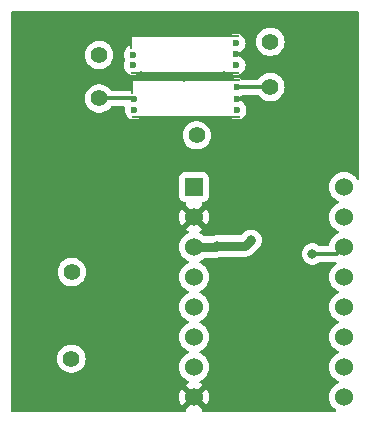
<source format=gbl>
G04 #@! TF.GenerationSoftware,KiCad,Pcbnew,7.0.9-7.0.9~ubuntu22.04.1*
G04 #@! TF.CreationDate,2023-12-29T18:17:52+00:00*
G04 #@! TF.ProjectId,driver_test,64726976-6572-45f7-9465-73742e6b6963,rev?*
G04 #@! TF.SameCoordinates,Original*
G04 #@! TF.FileFunction,Copper,L4,Bot*
G04 #@! TF.FilePolarity,Positive*
%FSLAX46Y46*%
G04 Gerber Fmt 4.6, Leading zero omitted, Abs format (unit mm)*
G04 Created by KiCad (PCBNEW 7.0.9-7.0.9~ubuntu22.04.1) date 2023-12-29 18:17:52*
%MOMM*%
%LPD*%
G01*
G04 APERTURE LIST*
G04 #@! TA.AperFunction,ComponentPad*
%ADD10C,1.400000*%
G04 #@! TD*
G04 #@! TA.AperFunction,ComponentPad*
%ADD11R,1.530000X1.530000*%
G04 #@! TD*
G04 #@! TA.AperFunction,ComponentPad*
%ADD12C,1.530000*%
G04 #@! TD*
G04 #@! TA.AperFunction,ComponentPad*
%ADD13C,0.600000*%
G04 #@! TD*
G04 #@! TA.AperFunction,SMDPad,CuDef*
%ADD14O,0.200000X1.225000*%
G04 #@! TD*
G04 #@! TA.AperFunction,SMDPad,CuDef*
%ADD15O,9.300000X0.200000*%
G04 #@! TD*
G04 #@! TA.AperFunction,ViaPad*
%ADD16C,0.800000*%
G04 #@! TD*
G04 #@! TA.AperFunction,Conductor*
%ADD17C,0.800000*%
G04 #@! TD*
G04 #@! TA.AperFunction,Conductor*
%ADD18C,0.300000*%
G04 #@! TD*
G04 APERTURE END LIST*
D10*
G04 #@! TO.P,IN_KNOCK2,1,Pin_1*
G04 #@! TO.N,Net-(IN_KNOCK2-Pin_1)*
X7495000Y30235001D03*
G04 #@! TD*
G04 #@! TO.P,IN_KNOCK1,1,Pin_1*
G04 #@! TO.N,Net-(IN_KNOCK1-Pin_1)*
X7495000Y26555001D03*
G04 #@! TD*
G04 #@! TO.P,OUT_KNOCK1,1,Pin_1*
G04 #@! TO.N,Net-(M2-OUT_KNOCK)*
X21995000Y27535001D03*
G04 #@! TD*
G04 #@! TO.P,OUT_KNOCK2,1,Pin_1*
G04 #@! TO.N,Net-(M1-OUT_KNOCK)*
X21995000Y31355001D03*
G04 #@! TD*
G04 #@! TO.P,PPS2_CPU1,1,Pin_1*
G04 #@! TO.N,Net-(D2-A)*
X5155000Y4520000D03*
G04 #@! TD*
G04 #@! TO.P,5V_IN1,1,Pin_1*
G04 #@! TO.N,+5V*
X15765000Y23440000D03*
G04 #@! TD*
G04 #@! TO.P,TPS2_CPU1,1,Pin_1*
G04 #@! TO.N,Net-(D1-A)*
X5185000Y11860000D03*
G04 #@! TD*
D11*
G04 #@! TO.P,U1,1,~{ENABLE}*
G04 #@! TO.N,+12VA*
X15535000Y19060000D03*
D12*
G04 #@! TO.P,U1,2,MS1*
G04 #@! TO.N,GND*
X15535000Y16520000D03*
G04 #@! TO.P,U1,3,MS2*
G04 #@! TO.N,/OUT-*
X15535000Y13980000D03*
G04 #@! TO.P,U1,4,MS3*
G04 #@! TO.N,/OUT+*
X15535000Y11440000D03*
G04 #@! TO.P,U1,5,~{RESET}*
G04 #@! TO.N,/TPS2_IN*
X15535000Y8900000D03*
G04 #@! TO.P,U1,6,~{SLEEP}*
G04 #@! TO.N,/PPS2_IN*
X15535000Y6360000D03*
G04 #@! TO.P,U1,7,STEP*
G04 #@! TO.N,+3.3V*
X15535000Y3820000D03*
G04 #@! TO.P,U1,8,DIR*
G04 #@! TO.N,GND*
X15535000Y1280000D03*
G04 #@! TO.P,U1,9,GND*
G04 #@! TO.N,/DIS*
X28235000Y1280000D03*
G04 #@! TO.P,U1,10,VDD*
G04 #@! TO.N,unconnected-(U1-VDD-Pad10)*
X28235000Y3820000D03*
G04 #@! TO.P,U1,11,1B*
G04 #@! TO.N,unconnected-(U1-1B-Pad11)*
X28235000Y6360000D03*
G04 #@! TO.P,U1,12,1A*
G04 #@! TO.N,unconnected-(U1-1A-Pad12)*
X28235000Y8900000D03*
G04 #@! TO.P,U1,13,2A*
G04 #@! TO.N,+3.3V*
X28235000Y11440000D03*
G04 #@! TO.P,U1,14,2B*
X28235000Y13980000D03*
G04 #@! TO.P,U1,15,GND*
G04 #@! TO.N,/PWM*
X28235000Y16520000D03*
G04 #@! TO.P,U1,16,VMOT*
G04 #@! TO.N,/DIR*
X28235000Y19060000D03*
G04 #@! TD*
D13*
G04 #@! TO.P,M1,E1,V5A*
G04 #@! TO.N,+5V*
X19090000Y29350003D03*
D14*
G04 #@! TO.P,M1,E2,GND*
G04 #@! TO.N,GND*
X10190000Y31325003D03*
D15*
X14740000Y31850003D03*
X14740000Y28750003D03*
D13*
X19090000Y30300003D03*
G04 #@! TO.P,M1,E3,OUT_KNOCK*
G04 #@! TO.N,Net-(M1-OUT_KNOCK)*
X19090000Y31250001D03*
G04 #@! TO.P,M1,W1,IN_KNOCK*
G04 #@! TO.N,Net-(IN_KNOCK2-Pin_1)*
X10390000Y30250003D03*
G04 #@! TO.P,M1,W2,VREF*
G04 #@! TO.N,/VREF*
X10390000Y29350003D03*
G04 #@! TD*
G04 #@! TO.P,M2,E1,V5A*
G04 #@! TO.N,+5V*
X19165000Y25585001D03*
D14*
G04 #@! TO.P,M2,E2,GND*
G04 #@! TO.N,GND*
X10265000Y27560001D03*
D15*
X14815000Y28085001D03*
X14815000Y24985001D03*
D13*
X19165000Y26535001D03*
G04 #@! TO.P,M2,E3,OUT_KNOCK*
G04 #@! TO.N,Net-(M2-OUT_KNOCK)*
X19165000Y27484999D03*
G04 #@! TO.P,M2,W1,IN_KNOCK*
G04 #@! TO.N,Net-(IN_KNOCK1-Pin_1)*
X10465000Y26485001D03*
G04 #@! TO.P,M2,W2,VREF*
G04 #@! TO.N,/VREF*
X10465000Y25585001D03*
G04 #@! TD*
D16*
G04 #@! TO.N,/OUT-*
X17510000Y14070000D03*
X20370000Y14560000D03*
G04 #@! TO.N,GND*
X21020000Y10090000D03*
X20130000Y8340000D03*
X18340000Y11910000D03*
X21920000Y9230000D03*
X18320000Y8280000D03*
X20130000Y10110000D03*
X6690000Y17170000D03*
X8800000Y17120000D03*
X24560000Y10170000D03*
X25470000Y11090000D03*
X22390000Y5320000D03*
X23960000Y17350000D03*
X23690000Y8380000D03*
X18330000Y9160000D03*
X19230000Y8310000D03*
X22790000Y9230000D03*
X25800000Y17530000D03*
X22790000Y8350000D03*
X20140000Y11000000D03*
X18550000Y17270000D03*
X23680000Y11910000D03*
X21010000Y11850000D03*
X18060000Y28430000D03*
X21410000Y5300000D03*
X25460000Y9310000D03*
X25460000Y10200000D03*
X25460000Y8430000D03*
X20120000Y11870000D03*
X21030000Y10980000D03*
X11000000Y28420000D03*
X21370000Y12990000D03*
X18340000Y10070000D03*
X17030000Y12470000D03*
X19230000Y9190000D03*
X12968000Y17222000D03*
X23690000Y9260000D03*
X21020000Y9200000D03*
X20130000Y9220000D03*
X21910000Y11880000D03*
X24250000Y7050000D03*
X25450000Y11960000D03*
X22800000Y11010000D03*
X22780000Y11880000D03*
X24550000Y11930000D03*
X24560000Y9280000D03*
X22790000Y10120000D03*
X17750000Y24490000D03*
X18350000Y10980000D03*
X13770000Y24480000D03*
X14720000Y28400000D03*
X24570000Y11060000D03*
X21020000Y8320000D03*
X23690000Y10150000D03*
X19230000Y10080000D03*
X23700000Y11040000D03*
X21920000Y10120000D03*
X20970000Y3320000D03*
X20410000Y5270000D03*
X19370000Y7040000D03*
X19220000Y11840000D03*
X19240000Y10970000D03*
X21930000Y11010000D03*
X21920000Y8350000D03*
X10890000Y17180000D03*
X20660000Y17270000D03*
X24560000Y8400000D03*
G04 #@! TO.N,+3.3V*
X25550000Y13390000D03*
G04 #@! TD*
D17*
G04 #@! TO.N,/OUT-*
X15535000Y13980000D02*
X17420000Y13980000D01*
X17420000Y13980000D02*
X17510000Y14070000D01*
X19880000Y14070000D02*
X20370000Y14560000D01*
X17510000Y14070000D02*
X19880000Y14070000D01*
D18*
G04 #@! TO.N,+3.3V*
X25550000Y13390000D02*
X27645000Y13390000D01*
X27645000Y13390000D02*
X28235000Y13980000D01*
G04 #@! TO.N,Net-(M2-OUT_KNOCK)*
X19165000Y27484999D02*
X21944998Y27484999D01*
X21944998Y27484999D02*
X21995000Y27535001D01*
G04 #@! TO.N,Net-(IN_KNOCK1-Pin_1)*
X7495000Y26555001D02*
X10395000Y26555001D01*
X10395000Y26555001D02*
X10465000Y26485001D01*
G04 #@! TD*
G04 #@! TA.AperFunction,Conductor*
G04 #@! TO.N,GND*
G36*
X29482448Y33909815D02*
G01*
X29528203Y33857011D01*
X29539408Y33805411D01*
X29532107Y23875539D01*
X29529500Y20330100D01*
X29529500Y19810873D01*
X29509815Y19743834D01*
X29457011Y19698079D01*
X29387853Y19688135D01*
X29324297Y19717160D01*
X29303925Y19739749D01*
X29254123Y19810873D01*
X29208132Y19876555D01*
X29051555Y20033132D01*
X28870167Y20160142D01*
X28870163Y20160144D01*
X28669486Y20253721D01*
X28669475Y20253725D01*
X28455592Y20311035D01*
X28455585Y20311036D01*
X28235002Y20330334D01*
X28234998Y20330334D01*
X28014414Y20311036D01*
X28014407Y20311035D01*
X27800524Y20253725D01*
X27800513Y20253721D01*
X27599836Y20160144D01*
X27599834Y20160143D01*
X27418444Y20033132D01*
X27261868Y19876556D01*
X27134857Y19695166D01*
X27134856Y19695164D01*
X27041279Y19494487D01*
X27041275Y19494476D01*
X26983965Y19280593D01*
X26983964Y19280586D01*
X26964666Y19060002D01*
X26964666Y19059999D01*
X26983964Y18839415D01*
X26983965Y18839408D01*
X27041275Y18625525D01*
X27041279Y18625514D01*
X27131950Y18431069D01*
X27134858Y18424833D01*
X27261868Y18243445D01*
X27418445Y18086868D01*
X27599833Y17959858D01*
X27647875Y17937456D01*
X27723091Y17902382D01*
X27775531Y17856210D01*
X27794683Y17789017D01*
X27774467Y17722135D01*
X27723091Y17677618D01*
X27599836Y17620144D01*
X27599834Y17620143D01*
X27418444Y17493132D01*
X27261868Y17336556D01*
X27134857Y17155166D01*
X27134856Y17155164D01*
X27041279Y16954487D01*
X27041275Y16954476D01*
X26983965Y16740593D01*
X26983964Y16740586D01*
X26964666Y16520002D01*
X26964666Y16519999D01*
X26983964Y16299415D01*
X26983965Y16299408D01*
X27041275Y16085525D01*
X27041279Y16085514D01*
X27069205Y16025627D01*
X27134858Y15884833D01*
X27261868Y15703445D01*
X27418445Y15546868D01*
X27599833Y15419858D01*
X27657645Y15392900D01*
X27723091Y15362382D01*
X27775531Y15316210D01*
X27794683Y15249017D01*
X27774467Y15182135D01*
X27723091Y15137618D01*
X27599836Y15080144D01*
X27599834Y15080143D01*
X27418444Y14953132D01*
X27261868Y14796556D01*
X27134857Y14615166D01*
X27134856Y14615164D01*
X27041279Y14414487D01*
X27041275Y14414476D01*
X26983965Y14200593D01*
X26983964Y14200586D01*
X26979862Y14153693D01*
X26954410Y14088624D01*
X26897819Y14047645D01*
X26856334Y14040500D01*
X26226975Y14040500D01*
X26159936Y14060185D01*
X26154090Y14064182D01*
X26002734Y14174149D01*
X26002729Y14174152D01*
X25829807Y14251143D01*
X25829802Y14251145D01*
X25684001Y14282135D01*
X25644646Y14290500D01*
X25455354Y14290500D01*
X25422897Y14283602D01*
X25270197Y14251145D01*
X25270192Y14251143D01*
X25097270Y14174152D01*
X25097265Y14174149D01*
X24944129Y14062889D01*
X24817466Y13922215D01*
X24722821Y13758285D01*
X24722818Y13758278D01*
X24664327Y13578260D01*
X24664326Y13578256D01*
X24644540Y13390000D01*
X24664326Y13201744D01*
X24664327Y13201741D01*
X24722818Y13021723D01*
X24722821Y13021716D01*
X24817467Y12857784D01*
X24941695Y12719815D01*
X24944129Y12717112D01*
X25097265Y12605852D01*
X25097270Y12605849D01*
X25270192Y12528858D01*
X25270197Y12528856D01*
X25455354Y12489500D01*
X25455355Y12489500D01*
X25644644Y12489500D01*
X25644646Y12489500D01*
X25829803Y12528856D01*
X26002730Y12605849D01*
X26154090Y12715818D01*
X26219896Y12739298D01*
X26226975Y12739500D01*
X27491268Y12739500D01*
X27558307Y12719815D01*
X27604062Y12667011D01*
X27614006Y12597853D01*
X27584981Y12534297D01*
X27562393Y12513927D01*
X27534924Y12494692D01*
X27418444Y12413132D01*
X27261868Y12256556D01*
X27134857Y12075166D01*
X27134856Y12075164D01*
X27041279Y11874487D01*
X27041275Y11874476D01*
X26983965Y11660593D01*
X26983964Y11660586D01*
X26964666Y11440002D01*
X26964666Y11439999D01*
X26983964Y11219415D01*
X26983965Y11219408D01*
X27041275Y11005525D01*
X27041279Y11005514D01*
X27091472Y10897875D01*
X27134858Y10804833D01*
X27261868Y10623445D01*
X27418445Y10466868D01*
X27599833Y10339858D01*
X27661828Y10310950D01*
X27723091Y10282382D01*
X27775531Y10236210D01*
X27794683Y10169017D01*
X27774467Y10102135D01*
X27723091Y10057618D01*
X27599836Y10000144D01*
X27599834Y10000143D01*
X27418444Y9873132D01*
X27261868Y9716556D01*
X27134857Y9535166D01*
X27134856Y9535164D01*
X27041279Y9334487D01*
X27041275Y9334476D01*
X26983965Y9120593D01*
X26983964Y9120586D01*
X26964666Y8900002D01*
X26964666Y8899999D01*
X26983964Y8679415D01*
X26983965Y8679408D01*
X27041275Y8465525D01*
X27041279Y8465514D01*
X27131950Y8271069D01*
X27134858Y8264833D01*
X27261868Y8083445D01*
X27418445Y7926868D01*
X27599833Y7799858D01*
X27661828Y7770950D01*
X27723091Y7742382D01*
X27775531Y7696210D01*
X27794683Y7629017D01*
X27774467Y7562135D01*
X27723091Y7517618D01*
X27599836Y7460144D01*
X27599834Y7460143D01*
X27418444Y7333132D01*
X27261868Y7176556D01*
X27134857Y6995166D01*
X27134856Y6995164D01*
X27041279Y6794487D01*
X27041275Y6794476D01*
X26983965Y6580593D01*
X26983964Y6580586D01*
X26964666Y6360002D01*
X26964666Y6359999D01*
X26983964Y6139415D01*
X26983965Y6139408D01*
X27041275Y5925525D01*
X27041279Y5925514D01*
X27131950Y5731069D01*
X27134858Y5724833D01*
X27261868Y5543445D01*
X27418445Y5386868D01*
X27599833Y5259858D01*
X27661828Y5230950D01*
X27723091Y5202382D01*
X27775531Y5156210D01*
X27794683Y5089017D01*
X27774467Y5022135D01*
X27723091Y4977618D01*
X27599836Y4920144D01*
X27599834Y4920143D01*
X27418444Y4793132D01*
X27261868Y4636556D01*
X27134857Y4455166D01*
X27134856Y4455164D01*
X27041279Y4254487D01*
X27041275Y4254476D01*
X26983965Y4040593D01*
X26983964Y4040586D01*
X26964666Y3820002D01*
X26964666Y3819999D01*
X26983964Y3599415D01*
X26983965Y3599408D01*
X27041275Y3385525D01*
X27041279Y3385514D01*
X27072062Y3319500D01*
X27134858Y3184833D01*
X27261868Y3003445D01*
X27418445Y2846868D01*
X27599833Y2719858D01*
X27661828Y2690950D01*
X27723091Y2662382D01*
X27775531Y2616210D01*
X27794683Y2549017D01*
X27774467Y2482135D01*
X27723091Y2437618D01*
X27599836Y2380144D01*
X27599834Y2380143D01*
X27418444Y2253132D01*
X27261868Y2096556D01*
X27134857Y1915166D01*
X27134856Y1915164D01*
X27041279Y1714487D01*
X27041275Y1714476D01*
X26983965Y1500593D01*
X26983964Y1500586D01*
X26964666Y1280002D01*
X26964666Y1279999D01*
X26983964Y1059415D01*
X26983965Y1059408D01*
X27041275Y845525D01*
X27041279Y845514D01*
X27069205Y785627D01*
X27134858Y644833D01*
X27261868Y463445D01*
X27418445Y306868D01*
X27526690Y231074D01*
X27570313Y176498D01*
X27577506Y106999D01*
X27545984Y44645D01*
X27485754Y9231D01*
X27455565Y5500D01*
X16313563Y5500D01*
X16246524Y25185D01*
X16200769Y77989D01*
X16190825Y147147D01*
X16219850Y210703D01*
X16235206Y224553D01*
X16235342Y226106D01*
X15676366Y785082D01*
X15680161Y785627D01*
X15813562Y846549D01*
X15924395Y942587D01*
X16003682Y1065960D01*
X16026132Y1142420D01*
X16588894Y579658D01*
X16634706Y645085D01*
X16728250Y845691D01*
X16728254Y845700D01*
X16785538Y1059491D01*
X16785540Y1059501D01*
X16804832Y1280000D01*
X16804832Y1280001D01*
X16785540Y1500500D01*
X16785538Y1500510D01*
X16728254Y1714301D01*
X16728250Y1714310D01*
X16634707Y1914915D01*
X16634706Y1914917D01*
X16588894Y1980343D01*
X16588894Y1980344D01*
X16026132Y1417582D01*
X16003682Y1494040D01*
X15924395Y1617413D01*
X15813562Y1713451D01*
X15680161Y1774373D01*
X15676366Y1774919D01*
X16235342Y2333895D01*
X16235341Y2333897D01*
X16169919Y2379705D01*
X16046316Y2437343D01*
X15993877Y2483516D01*
X15974725Y2550709D01*
X15994941Y2617590D01*
X16046312Y2662105D01*
X16170167Y2719858D01*
X16351555Y2846868D01*
X16508132Y3003445D01*
X16635142Y3184833D01*
X16728723Y3385520D01*
X16786035Y3599409D01*
X16805334Y3820000D01*
X16786035Y4040591D01*
X16728723Y4254480D01*
X16635142Y4455167D01*
X16508132Y4636555D01*
X16351555Y4793132D01*
X16170167Y4920142D01*
X16046907Y4977619D01*
X15994468Y5023790D01*
X15975316Y5090983D01*
X15995531Y5157864D01*
X16046908Y5202382D01*
X16170167Y5259858D01*
X16351555Y5386868D01*
X16508132Y5543445D01*
X16635142Y5724833D01*
X16728723Y5925520D01*
X16786035Y6139409D01*
X16805334Y6360000D01*
X16786035Y6580591D01*
X16728723Y6794480D01*
X16635142Y6995167D01*
X16508132Y7176555D01*
X16351555Y7333132D01*
X16170167Y7460142D01*
X16046907Y7517619D01*
X15994468Y7563790D01*
X15975316Y7630983D01*
X15995531Y7697864D01*
X16046908Y7742382D01*
X16170167Y7799858D01*
X16351555Y7926868D01*
X16508132Y8083445D01*
X16635142Y8264833D01*
X16728723Y8465520D01*
X16786035Y8679409D01*
X16805334Y8900000D01*
X16786035Y9120591D01*
X16728723Y9334480D01*
X16635142Y9535167D01*
X16508132Y9716555D01*
X16351555Y9873132D01*
X16170167Y10000142D01*
X16046907Y10057619D01*
X15994468Y10103790D01*
X15975316Y10170983D01*
X15995531Y10237864D01*
X16046908Y10282382D01*
X16170167Y10339858D01*
X16351555Y10466868D01*
X16508132Y10623445D01*
X16635142Y10804833D01*
X16728723Y11005520D01*
X16786035Y11219409D01*
X16803975Y11424462D01*
X16805334Y11439999D01*
X16805334Y11440002D01*
X16787971Y11638463D01*
X16786035Y11660591D01*
X16728723Y11874480D01*
X16635142Y12075167D01*
X16508132Y12256555D01*
X16351555Y12413132D01*
X16170167Y12540142D01*
X16046907Y12597619D01*
X15994468Y12643790D01*
X15975316Y12710983D01*
X15995531Y12777864D01*
X16046908Y12822382D01*
X16170167Y12879858D01*
X16351555Y13006868D01*
X16387868Y13043181D01*
X16449191Y13076666D01*
X16475549Y13079500D01*
X17339373Y13079500D01*
X17358772Y13077973D01*
X17372612Y13075781D01*
X17441959Y13079416D01*
X17445203Y13079500D01*
X17467191Y13079500D01*
X17467192Y13079500D01*
X17483988Y13081266D01*
X17489064Y13081799D01*
X17492284Y13082053D01*
X17561646Y13085687D01*
X17575187Y13089317D01*
X17594313Y13092862D01*
X17608256Y13094326D01*
X17674306Y13115788D01*
X17677368Y13116696D01*
X17744488Y13134680D01*
X17756976Y13141044D01*
X17774950Y13148490D01*
X17788284Y13152821D01*
X17788395Y13152886D01*
X17788475Y13152907D01*
X17794224Y13155466D01*
X17794629Y13154556D01*
X17850398Y13169500D01*
X19799373Y13169500D01*
X19818772Y13167973D01*
X19832612Y13165781D01*
X19901959Y13169416D01*
X19905203Y13169500D01*
X19927191Y13169500D01*
X19927192Y13169500D01*
X19943988Y13171266D01*
X19949064Y13171799D01*
X19952284Y13172053D01*
X20021646Y13175687D01*
X20035187Y13179317D01*
X20054313Y13182862D01*
X20068256Y13184326D01*
X20134306Y13205788D01*
X20137368Y13206696D01*
X20204488Y13224680D01*
X20216976Y13231044D01*
X20234950Y13238490D01*
X20248284Y13242821D01*
X20308476Y13277575D01*
X20311222Y13279066D01*
X20373149Y13310617D01*
X20384031Y13319431D01*
X20400083Y13330463D01*
X20412216Y13337467D01*
X20463847Y13383957D01*
X20466260Y13386018D01*
X20483380Y13399881D01*
X20498929Y13415432D01*
X20501270Y13417653D01*
X20552888Y13464129D01*
X20561130Y13475475D01*
X20573760Y13490263D01*
X20949742Y13866244D01*
X20964525Y13878870D01*
X20975871Y13887112D01*
X21022367Y13938753D01*
X21024531Y13941034D01*
X21040120Y13956620D01*
X21053975Y13973732D01*
X21056054Y13976166D01*
X21102533Y14027784D01*
X21109537Y14039917D01*
X21120563Y14055959D01*
X21129382Y14066850D01*
X21160914Y14128737D01*
X21162442Y14131553D01*
X21197179Y14191716D01*
X21201509Y14205044D01*
X21208960Y14223031D01*
X21215319Y14235511D01*
X21215320Y14235512D01*
X21233296Y14302603D01*
X21234214Y14305699D01*
X21255674Y14371744D01*
X21257139Y14385683D01*
X21260687Y14404825D01*
X21264313Y14418355D01*
X21267947Y14487721D01*
X21268201Y14490936D01*
X21275460Y14560000D01*
X21273994Y14573935D01*
X21273485Y14593394D01*
X21274219Y14607388D01*
X21263354Y14675986D01*
X21262934Y14679176D01*
X21255674Y14748256D01*
X21251340Y14761592D01*
X21246799Y14780513D01*
X21244608Y14794345D01*
X21244607Y14794349D01*
X21244607Y14794350D01*
X21219709Y14859213D01*
X21218649Y14862204D01*
X21197179Y14928284D01*
X21195528Y14931143D01*
X21190175Y14940415D01*
X21181796Y14957982D01*
X21176773Y14971067D01*
X21176772Y14971070D01*
X21138932Y15029338D01*
X21137272Y15032045D01*
X21102533Y15092216D01*
X21101074Y15093836D01*
X21093151Y15102636D01*
X21081306Y15118074D01*
X21073674Y15129827D01*
X21049120Y15154380D01*
X21024548Y15178952D01*
X21022332Y15181288D01*
X20975875Y15232884D01*
X20975869Y15232890D01*
X20964529Y15241129D01*
X20949736Y15253764D01*
X20939825Y15263675D01*
X20881570Y15301506D01*
X20878921Y15303326D01*
X20841961Y15330179D01*
X20822731Y15344151D01*
X20809927Y15349852D01*
X20792831Y15359135D01*
X20781076Y15366769D01*
X20781072Y15366771D01*
X20781070Y15366772D01*
X20734288Y15384730D01*
X20716240Y15391658D01*
X20713241Y15392900D01*
X20649804Y15421144D01*
X20649802Y15421145D01*
X20636089Y15424059D01*
X20617435Y15429584D01*
X20611842Y15431732D01*
X20604346Y15434609D01*
X20535770Y15445470D01*
X20532579Y15446061D01*
X20503983Y15452139D01*
X20464646Y15460500D01*
X20464643Y15460500D01*
X20450627Y15460500D01*
X20431228Y15462027D01*
X20417388Y15464219D01*
X20348041Y15460585D01*
X20344798Y15460500D01*
X20275351Y15460500D01*
X20261639Y15457586D01*
X20242362Y15455048D01*
X20228352Y15454314D01*
X20161270Y15436339D01*
X20158115Y15435581D01*
X20090194Y15421144D01*
X20090193Y15421143D01*
X20077385Y15415441D01*
X20059061Y15408952D01*
X20045512Y15405321D01*
X20045510Y15405320D01*
X19983635Y15373793D01*
X19980707Y15372396D01*
X19917270Y15344152D01*
X19905927Y15335911D01*
X19889352Y15325754D01*
X19876853Y15319385D01*
X19876847Y15319381D01*
X19822875Y15275676D01*
X19820302Y15273702D01*
X19764129Y15232889D01*
X19764127Y15232887D01*
X19717666Y15181287D01*
X19715432Y15178934D01*
X19674393Y15137894D01*
X19543317Y15006818D01*
X19481997Y14973334D01*
X19455638Y14970500D01*
X17590627Y14970500D01*
X17571228Y14972027D01*
X17557389Y14974219D01*
X17557388Y14974219D01*
X17488046Y14970585D01*
X17484803Y14970500D01*
X17415353Y14970500D01*
X17401634Y14967585D01*
X17382358Y14965047D01*
X17368356Y14964313D01*
X17368349Y14964312D01*
X17354810Y14960684D01*
X17335686Y14957140D01*
X17321745Y14955675D01*
X17321743Y14955675D01*
X17279705Y14942015D01*
X17273435Y14940335D01*
X17230194Y14931144D01*
X17230193Y14931143D01*
X17217385Y14925441D01*
X17199061Y14918952D01*
X17185514Y14915321D01*
X17173019Y14908955D01*
X17155053Y14901514D01*
X17141725Y14897183D01*
X17141713Y14897178D01*
X17141600Y14897112D01*
X17141515Y14897090D01*
X17135786Y14894538D01*
X17135381Y14895446D01*
X17079602Y14880500D01*
X16475549Y14880500D01*
X16408510Y14900185D01*
X16387868Y14916819D01*
X16351555Y14953132D01*
X16274882Y15006819D01*
X16170167Y15080142D01*
X16088821Y15118074D01*
X16046317Y15137894D01*
X15993877Y15184066D01*
X15974725Y15251259D01*
X15994941Y15318141D01*
X16046317Y15362658D01*
X16169912Y15420292D01*
X16169914Y15420293D01*
X16235342Y15466106D01*
X15676366Y16025082D01*
X15680161Y16025627D01*
X15813562Y16086549D01*
X15924395Y16182587D01*
X16003682Y16305960D01*
X16026132Y16382420D01*
X16588894Y15819658D01*
X16634706Y15885085D01*
X16728250Y16085691D01*
X16728254Y16085700D01*
X16785538Y16299491D01*
X16785540Y16299501D01*
X16804832Y16520000D01*
X16804832Y16520001D01*
X16785540Y16740500D01*
X16785538Y16740510D01*
X16728254Y16954301D01*
X16728250Y16954310D01*
X16634707Y17154915D01*
X16634706Y17154917D01*
X16588894Y17220343D01*
X16588894Y17220344D01*
X16026132Y16657582D01*
X16003682Y16734040D01*
X15924395Y16857413D01*
X15813562Y16953451D01*
X15680161Y17014373D01*
X15676366Y17014919D01*
X16235342Y17573895D01*
X16234957Y17578287D01*
X16198815Y17623503D01*
X16191621Y17693001D01*
X16223144Y17755356D01*
X16283373Y17790770D01*
X16313562Y17794501D01*
X16347872Y17794501D01*
X16407483Y17800909D01*
X16542331Y17851204D01*
X16657546Y17937454D01*
X16743796Y18052669D01*
X16794091Y18187517D01*
X16800500Y18247127D01*
X16800499Y19872872D01*
X16794091Y19932483D01*
X16756551Y20033132D01*
X16743797Y20067329D01*
X16743793Y20067336D01*
X16657547Y20182545D01*
X16657544Y20182548D01*
X16542335Y20268794D01*
X16542328Y20268798D01*
X16407482Y20319092D01*
X16407483Y20319092D01*
X16347883Y20325499D01*
X16347881Y20325500D01*
X16347873Y20325500D01*
X16347864Y20325500D01*
X14722129Y20325500D01*
X14722123Y20325499D01*
X14662516Y20319092D01*
X14527671Y20268798D01*
X14527664Y20268794D01*
X14412455Y20182548D01*
X14412452Y20182545D01*
X14326206Y20067336D01*
X14326202Y20067329D01*
X14275908Y19932483D01*
X14269896Y19876556D01*
X14269501Y19872877D01*
X14269500Y19872865D01*
X14269500Y18247130D01*
X14269501Y18247124D01*
X14275908Y18187517D01*
X14326202Y18052672D01*
X14326206Y18052665D01*
X14412452Y17937456D01*
X14412455Y17937453D01*
X14527664Y17851207D01*
X14527671Y17851203D01*
X14662517Y17800909D01*
X14662516Y17800909D01*
X14669444Y17800165D01*
X14722127Y17794500D01*
X14756434Y17794501D01*
X14823471Y17774818D01*
X14869227Y17722015D01*
X14879172Y17652857D01*
X14850149Y17589301D01*
X14834793Y17575452D01*
X14834656Y17573897D01*
X15393634Y17014919D01*
X15389839Y17014373D01*
X15256438Y16953451D01*
X15145605Y16857413D01*
X15066318Y16734040D01*
X15043866Y16657581D01*
X14481104Y17220343D01*
X14435293Y17154916D01*
X14341749Y16954310D01*
X14341745Y16954301D01*
X14284461Y16740510D01*
X14284459Y16740500D01*
X14265168Y16520001D01*
X14265168Y16520000D01*
X14284459Y16299501D01*
X14284461Y16299491D01*
X14341745Y16085700D01*
X14341749Y16085691D01*
X14435295Y15885081D01*
X14481103Y15819659D01*
X14481105Y15819658D01*
X15043866Y16382420D01*
X15066318Y16305960D01*
X15145605Y16182587D01*
X15256438Y16086549D01*
X15389839Y16025627D01*
X15393633Y16025082D01*
X14834656Y15466106D01*
X14900083Y15420294D01*
X14900085Y15420293D01*
X15023683Y15362658D01*
X15076122Y15316486D01*
X15095274Y15249292D01*
X15075058Y15182411D01*
X15023683Y15137894D01*
X14899833Y15080143D01*
X14718444Y14953132D01*
X14561868Y14796556D01*
X14434857Y14615166D01*
X14434856Y14615164D01*
X14341279Y14414487D01*
X14341275Y14414476D01*
X14283965Y14200593D01*
X14283964Y14200586D01*
X14264666Y13980002D01*
X14264666Y13979999D01*
X14283964Y13759415D01*
X14283965Y13759408D01*
X14341275Y13545525D01*
X14341279Y13545514D01*
X14400895Y13417667D01*
X14434858Y13344833D01*
X14561868Y13163445D01*
X14718445Y13006868D01*
X14899833Y12879858D01*
X14947167Y12857786D01*
X15023091Y12822382D01*
X15075531Y12776210D01*
X15094683Y12709017D01*
X15074467Y12642135D01*
X15023091Y12597618D01*
X14899836Y12540144D01*
X14899834Y12540143D01*
X14718444Y12413132D01*
X14561868Y12256556D01*
X14434857Y12075166D01*
X14434856Y12075164D01*
X14341279Y11874487D01*
X14341275Y11874476D01*
X14283965Y11660593D01*
X14283964Y11660586D01*
X14264666Y11440002D01*
X14264666Y11439999D01*
X14283964Y11219415D01*
X14283965Y11219408D01*
X14341275Y11005525D01*
X14341279Y11005514D01*
X14391472Y10897875D01*
X14434858Y10804833D01*
X14561868Y10623445D01*
X14718445Y10466868D01*
X14899833Y10339858D01*
X14961828Y10310950D01*
X15023091Y10282382D01*
X15075531Y10236210D01*
X15094683Y10169017D01*
X15074467Y10102135D01*
X15023091Y10057618D01*
X14899836Y10000144D01*
X14899834Y10000143D01*
X14718444Y9873132D01*
X14561868Y9716556D01*
X14434857Y9535166D01*
X14434856Y9535164D01*
X14341279Y9334487D01*
X14341275Y9334476D01*
X14283965Y9120593D01*
X14283964Y9120586D01*
X14264666Y8900002D01*
X14264666Y8899999D01*
X14283964Y8679415D01*
X14283965Y8679408D01*
X14341275Y8465525D01*
X14341279Y8465514D01*
X14431950Y8271069D01*
X14434858Y8264833D01*
X14561868Y8083445D01*
X14718445Y7926868D01*
X14899833Y7799858D01*
X14961828Y7770950D01*
X15023091Y7742382D01*
X15075531Y7696210D01*
X15094683Y7629017D01*
X15074467Y7562135D01*
X15023091Y7517618D01*
X14899836Y7460144D01*
X14899834Y7460143D01*
X14718444Y7333132D01*
X14561868Y7176556D01*
X14434857Y6995166D01*
X14434856Y6995164D01*
X14341279Y6794487D01*
X14341275Y6794476D01*
X14283965Y6580593D01*
X14283964Y6580586D01*
X14264666Y6360002D01*
X14264666Y6359999D01*
X14283964Y6139415D01*
X14283965Y6139408D01*
X14341275Y5925525D01*
X14341279Y5925514D01*
X14431950Y5731069D01*
X14434858Y5724833D01*
X14561868Y5543445D01*
X14718445Y5386868D01*
X14899833Y5259858D01*
X14961828Y5230950D01*
X15023091Y5202382D01*
X15075531Y5156210D01*
X15094683Y5089017D01*
X15074467Y5022135D01*
X15023091Y4977618D01*
X14899836Y4920144D01*
X14899834Y4920143D01*
X14718444Y4793132D01*
X14561868Y4636556D01*
X14434857Y4455166D01*
X14434856Y4455164D01*
X14341279Y4254487D01*
X14341275Y4254476D01*
X14283965Y4040593D01*
X14283964Y4040586D01*
X14264666Y3820002D01*
X14264666Y3819999D01*
X14283964Y3599415D01*
X14283965Y3599408D01*
X14341275Y3385525D01*
X14341279Y3385514D01*
X14372062Y3319500D01*
X14434858Y3184833D01*
X14561868Y3003445D01*
X14718445Y2846868D01*
X14899833Y2719858D01*
X15023682Y2662107D01*
X15076122Y2615935D01*
X15095274Y2548742D01*
X15075059Y2481861D01*
X15023683Y2437343D01*
X14900084Y2379707D01*
X14834657Y2333896D01*
X15393634Y1774919D01*
X15389839Y1774373D01*
X15256438Y1713451D01*
X15145605Y1617413D01*
X15066318Y1494040D01*
X15043866Y1417581D01*
X14481104Y1980343D01*
X14435293Y1914916D01*
X14341749Y1714310D01*
X14341745Y1714301D01*
X14284461Y1500510D01*
X14284459Y1500500D01*
X14265168Y1280001D01*
X14265168Y1280000D01*
X14284459Y1059501D01*
X14284461Y1059491D01*
X14341745Y845700D01*
X14341749Y845691D01*
X14435295Y645081D01*
X14481103Y579659D01*
X14481105Y579658D01*
X15043866Y1142420D01*
X15066318Y1065960D01*
X15145605Y942587D01*
X15256438Y846549D01*
X15389839Y785627D01*
X15393633Y785082D01*
X14834656Y226106D01*
X14835041Y221715D01*
X14871184Y176498D01*
X14878378Y107000D01*
X14846855Y44645D01*
X14786626Y9231D01*
X14756436Y5500D01*
X14259900Y5500D01*
X124543Y545D01*
X57497Y20206D01*
X11724Y72994D01*
X500Y124545D01*
X500Y4520000D01*
X3949357Y4520000D01*
X3969884Y4298465D01*
X3969885Y4298463D01*
X4030769Y4084477D01*
X4030775Y4084462D01*
X4129938Y3885317D01*
X4129943Y3885309D01*
X4264020Y3707762D01*
X4428437Y3557877D01*
X4428439Y3557875D01*
X4617595Y3440755D01*
X4617596Y3440755D01*
X4617599Y3440753D01*
X4825060Y3360382D01*
X5043757Y3319500D01*
X5043759Y3319500D01*
X5266241Y3319500D01*
X5266243Y3319500D01*
X5484940Y3360382D01*
X5692401Y3440753D01*
X5881562Y3557876D01*
X6045981Y3707764D01*
X6180058Y3885311D01*
X6279229Y4084472D01*
X6340115Y4298464D01*
X6360643Y4520000D01*
X6340115Y4741536D01*
X6279229Y4955528D01*
X6279224Y4955539D01*
X6180061Y5154684D01*
X6180056Y5154692D01*
X6045979Y5332239D01*
X5881562Y5482124D01*
X5881560Y5482126D01*
X5692404Y5599246D01*
X5692398Y5599248D01*
X5666895Y5609128D01*
X5484940Y5679618D01*
X5266243Y5720500D01*
X5043757Y5720500D01*
X4825060Y5679618D01*
X4693864Y5628793D01*
X4617601Y5599248D01*
X4617595Y5599246D01*
X4428439Y5482126D01*
X4428437Y5482124D01*
X4264020Y5332239D01*
X4129943Y5154692D01*
X4129938Y5154684D01*
X4030775Y4955539D01*
X4030769Y4955524D01*
X3969885Y4741538D01*
X3969884Y4741536D01*
X3949357Y4520001D01*
X3949357Y4520000D01*
X500Y4520000D01*
X500Y11860000D01*
X3979357Y11860000D01*
X3999884Y11638465D01*
X3999885Y11638463D01*
X4060769Y11424477D01*
X4060775Y11424462D01*
X4159938Y11225317D01*
X4159943Y11225309D01*
X4294020Y11047762D01*
X4458437Y10897877D01*
X4458439Y10897875D01*
X4647595Y10780755D01*
X4647596Y10780755D01*
X4647599Y10780753D01*
X4855060Y10700382D01*
X5073757Y10659500D01*
X5073759Y10659500D01*
X5296241Y10659500D01*
X5296243Y10659500D01*
X5514940Y10700382D01*
X5722401Y10780753D01*
X5911562Y10897876D01*
X6075981Y11047764D01*
X6210058Y11225311D01*
X6309229Y11424472D01*
X6370115Y11638464D01*
X6390643Y11860000D01*
X6370115Y12081536D01*
X6309229Y12295528D01*
X6212642Y12489500D01*
X6210061Y12494684D01*
X6210056Y12494692D01*
X6075979Y12672239D01*
X5911562Y12822124D01*
X5911560Y12822126D01*
X5722404Y12939246D01*
X5722398Y12939248D01*
X5514940Y13019618D01*
X5296243Y13060500D01*
X5073757Y13060500D01*
X4855060Y13019618D01*
X4822149Y13006868D01*
X4647601Y12939248D01*
X4647595Y12939246D01*
X4458439Y12822126D01*
X4458437Y12822124D01*
X4294020Y12672239D01*
X4159943Y12494692D01*
X4159938Y12494684D01*
X4060775Y12295539D01*
X4060769Y12295524D01*
X3999885Y12081538D01*
X3999884Y12081536D01*
X3979357Y11860001D01*
X3979357Y11860000D01*
X500Y11860000D01*
X500Y23440000D01*
X14559357Y23440000D01*
X14579884Y23218465D01*
X14579885Y23218463D01*
X14640769Y23004477D01*
X14640775Y23004462D01*
X14739938Y22805317D01*
X14739943Y22805309D01*
X14874020Y22627762D01*
X15038437Y22477877D01*
X15038439Y22477875D01*
X15227595Y22360755D01*
X15227596Y22360755D01*
X15227599Y22360753D01*
X15435060Y22280382D01*
X15653757Y22239500D01*
X15653759Y22239500D01*
X15876241Y22239500D01*
X15876243Y22239500D01*
X16094940Y22280382D01*
X16302401Y22360753D01*
X16491562Y22477876D01*
X16655981Y22627764D01*
X16790058Y22805311D01*
X16889229Y23004472D01*
X16950115Y23218464D01*
X16970643Y23440000D01*
X16950115Y23661536D01*
X16889229Y23875528D01*
X16889224Y23875539D01*
X16790061Y24074684D01*
X16790056Y24074692D01*
X16655979Y24252239D01*
X16491562Y24402124D01*
X16491560Y24402126D01*
X16302404Y24519246D01*
X16302398Y24519248D01*
X16094940Y24599618D01*
X15876243Y24640500D01*
X15653757Y24640500D01*
X15435060Y24599618D01*
X15303864Y24548793D01*
X15227601Y24519248D01*
X15227595Y24519246D01*
X15038439Y24402126D01*
X15038437Y24402124D01*
X14874020Y24252239D01*
X14739943Y24074692D01*
X14739938Y24074684D01*
X14640775Y23875539D01*
X14640769Y23875524D01*
X14579885Y23661538D01*
X14579884Y23661536D01*
X14559357Y23440001D01*
X14559357Y23440000D01*
X500Y23440000D01*
X500Y26555001D01*
X6289357Y26555001D01*
X6309884Y26333466D01*
X6309885Y26333464D01*
X6370769Y26119478D01*
X6370775Y26119463D01*
X6469938Y25920318D01*
X6469943Y25920310D01*
X6604020Y25742763D01*
X6768437Y25592878D01*
X6768439Y25592876D01*
X6957595Y25475756D01*
X6957596Y25475756D01*
X6957599Y25475754D01*
X7165060Y25395383D01*
X7383757Y25354501D01*
X7383759Y25354501D01*
X7606241Y25354501D01*
X7606243Y25354501D01*
X7824940Y25395383D01*
X8032401Y25475754D01*
X8221562Y25592877D01*
X8385981Y25742765D01*
X8470909Y25855228D01*
X8527018Y25896864D01*
X8569863Y25904501D01*
X9556677Y25904501D01*
X9623716Y25884816D01*
X9669471Y25832012D01*
X9679897Y25766618D01*
X9659435Y25585005D01*
X9659435Y25584998D01*
X9679630Y25405752D01*
X9679631Y25405747D01*
X9739211Y25235478D01*
X9835184Y25082739D01*
X9962738Y24955185D01*
X10115478Y24859212D01*
X10285745Y24799633D01*
X10285750Y24799632D01*
X10464996Y24779436D01*
X10465000Y24779436D01*
X10465004Y24779436D01*
X10644249Y24799632D01*
X10644252Y24799633D01*
X10644255Y24799633D01*
X10814522Y24859212D01*
X10967262Y24955185D01*
X10967267Y24955191D01*
X10970719Y24957942D01*
X11035405Y24984353D01*
X11048035Y24984998D01*
X18581965Y24984998D01*
X18649004Y24965313D01*
X18659281Y24957942D01*
X18662736Y24955187D01*
X18662738Y24955185D01*
X18815478Y24859212D01*
X18985745Y24799633D01*
X18985750Y24799632D01*
X19164996Y24779436D01*
X19165000Y24779436D01*
X19165004Y24779436D01*
X19344249Y24799632D01*
X19344252Y24799633D01*
X19344255Y24799633D01*
X19514522Y24859212D01*
X19667262Y24955185D01*
X19794816Y25082739D01*
X19890789Y25235479D01*
X19950368Y25405746D01*
X19970565Y25585001D01*
X19969677Y25592878D01*
X19950369Y25764251D01*
X19950368Y25764256D01*
X19890789Y25934523D01*
X19794816Y26087263D01*
X19667262Y26214817D01*
X19514524Y26310789D01*
X19514523Y26310790D01*
X19462604Y26328957D01*
X19448043Y26334053D01*
X19391269Y26374774D01*
X19365522Y26439727D01*
X19365000Y26451093D01*
X19365000Y26618907D01*
X19384685Y26685946D01*
X19437489Y26731701D01*
X19448039Y26735947D01*
X19514522Y26759210D01*
X19604096Y26815494D01*
X19670068Y26834499D01*
X20957897Y26834499D01*
X21024936Y26814814D01*
X21056851Y26785225D01*
X21104016Y26722768D01*
X21104018Y26722765D01*
X21268437Y26572878D01*
X21268439Y26572876D01*
X21457595Y26455756D01*
X21457596Y26455756D01*
X21457599Y26455754D01*
X21665060Y26375383D01*
X21883757Y26334501D01*
X21883759Y26334501D01*
X22106241Y26334501D01*
X22106243Y26334501D01*
X22324940Y26375383D01*
X22532401Y26455754D01*
X22721562Y26572877D01*
X22885981Y26722765D01*
X23020058Y26900312D01*
X23119229Y27099473D01*
X23180115Y27313465D01*
X23200643Y27535001D01*
X23191446Y27634249D01*
X23180115Y27756537D01*
X23180114Y27756539D01*
X23119230Y27970525D01*
X23119229Y27970529D01*
X23119224Y27970540D01*
X23020061Y28169685D01*
X23020056Y28169693D01*
X22885979Y28347240D01*
X22721562Y28497125D01*
X22721560Y28497127D01*
X22532404Y28614247D01*
X22532398Y28614249D01*
X22324940Y28694619D01*
X22106243Y28735501D01*
X21883757Y28735501D01*
X21665060Y28694619D01*
X21533864Y28643794D01*
X21457601Y28614249D01*
X21457595Y28614247D01*
X21268439Y28497127D01*
X21268437Y28497125D01*
X21104020Y28347240D01*
X20981331Y28184772D01*
X20925222Y28143136D01*
X20882377Y28135499D01*
X19670068Y28135499D01*
X19604096Y28154505D01*
X19514522Y28210789D01*
X19514518Y28210790D01*
X19344262Y28270366D01*
X19344249Y28270369D01*
X19165004Y28290564D01*
X19164996Y28290564D01*
X18985750Y28270369D01*
X18985745Y28270368D01*
X18815476Y28210788D01*
X18662738Y28114816D01*
X18659275Y28112053D01*
X18594588Y28085645D01*
X18581963Y28085001D01*
X10265000Y28085001D01*
X10265000Y27351093D01*
X10245315Y27284054D01*
X10192511Y27238299D01*
X10181955Y27234052D01*
X10120249Y27212460D01*
X10079294Y27205501D01*
X8569863Y27205501D01*
X8502824Y27225186D01*
X8470909Y27254774D01*
X8426588Y27313464D01*
X8385981Y27367237D01*
X8385978Y27367240D01*
X8385974Y27367244D01*
X8221562Y27517125D01*
X8221560Y27517127D01*
X8032404Y27634247D01*
X8032398Y27634249D01*
X7824940Y27714619D01*
X7606243Y27755501D01*
X7383757Y27755501D01*
X7165060Y27714619D01*
X7033864Y27663794D01*
X6957601Y27634249D01*
X6957595Y27634247D01*
X6768439Y27517127D01*
X6768437Y27517125D01*
X6604020Y27367240D01*
X6469943Y27189693D01*
X6469938Y27189685D01*
X6370775Y26990540D01*
X6370769Y26990525D01*
X6309885Y26776539D01*
X6309884Y26776537D01*
X6289357Y26555002D01*
X6289357Y26555001D01*
X500Y26555001D01*
X500Y30235001D01*
X6289357Y30235001D01*
X6309884Y30013466D01*
X6309885Y30013464D01*
X6370769Y29799478D01*
X6370775Y29799463D01*
X6469938Y29600318D01*
X6469943Y29600310D01*
X6604020Y29422763D01*
X6768437Y29272878D01*
X6768439Y29272876D01*
X6957595Y29155756D01*
X6957596Y29155756D01*
X6957599Y29155754D01*
X7165060Y29075383D01*
X7383757Y29034501D01*
X7383759Y29034501D01*
X7606241Y29034501D01*
X7606243Y29034501D01*
X7824940Y29075383D01*
X8032401Y29155754D01*
X8221562Y29272877D01*
X8306162Y29350000D01*
X9584435Y29350000D01*
X9604630Y29170754D01*
X9604631Y29170749D01*
X9664211Y29000480D01*
X9760184Y28847741D01*
X9887738Y28720187D01*
X10040478Y28624214D01*
X10210745Y28564635D01*
X10210750Y28564634D01*
X10389996Y28544438D01*
X10390000Y28544438D01*
X10390004Y28544438D01*
X10569249Y28564634D01*
X10569252Y28564635D01*
X10569255Y28564635D01*
X10739522Y28624214D01*
X10892262Y28720187D01*
X10892267Y28720193D01*
X10895719Y28722944D01*
X10960405Y28749355D01*
X10973035Y28750000D01*
X18506965Y28750000D01*
X18574004Y28730315D01*
X18584281Y28722944D01*
X18587736Y28720189D01*
X18587738Y28720187D01*
X18740478Y28624214D01*
X18910745Y28564635D01*
X18910750Y28564634D01*
X19089996Y28544438D01*
X19090000Y28544438D01*
X19090004Y28544438D01*
X19269249Y28564634D01*
X19269252Y28564635D01*
X19269255Y28564635D01*
X19439522Y28624214D01*
X19592262Y28720187D01*
X19719816Y28847741D01*
X19815789Y29000481D01*
X19875368Y29170748D01*
X19886875Y29272877D01*
X19895565Y29350000D01*
X19895565Y29350007D01*
X19875369Y29529253D01*
X19875368Y29529258D01*
X19850503Y29600318D01*
X19815789Y29699525D01*
X19719816Y29852265D01*
X19592262Y29979819D01*
X19447561Y30070741D01*
X19439524Y30075791D01*
X19439523Y30075792D01*
X19373044Y30099054D01*
X19316269Y30139776D01*
X19290522Y30204729D01*
X19290000Y30216095D01*
X19290000Y30383909D01*
X19309685Y30450948D01*
X19362489Y30496703D01*
X19373046Y30500951D01*
X19380813Y30503669D01*
X19439522Y30524212D01*
X19592262Y30620185D01*
X19719816Y30747739D01*
X19815789Y30900479D01*
X19875368Y31070746D01*
X19882435Y31133466D01*
X19895565Y31249998D01*
X19895565Y31250005D01*
X19883735Y31355001D01*
X20789357Y31355001D01*
X20809884Y31133466D01*
X20809885Y31133464D01*
X20870769Y30919478D01*
X20870775Y30919463D01*
X20969938Y30720318D01*
X20969943Y30720310D01*
X21104020Y30542763D01*
X21268437Y30392878D01*
X21268439Y30392876D01*
X21457595Y30275756D01*
X21457596Y30275756D01*
X21457599Y30275754D01*
X21665060Y30195383D01*
X21883757Y30154501D01*
X21883759Y30154501D01*
X22106241Y30154501D01*
X22106243Y30154501D01*
X22324940Y30195383D01*
X22532401Y30275754D01*
X22721562Y30392877D01*
X22885981Y30542765D01*
X23020058Y30720312D01*
X23119229Y30919473D01*
X23180115Y31133465D01*
X23200643Y31355001D01*
X23180115Y31576537D01*
X23119229Y31790529D01*
X23119224Y31790540D01*
X23020061Y31989685D01*
X23020056Y31989693D01*
X22885979Y32167240D01*
X22721562Y32317125D01*
X22721560Y32317127D01*
X22532404Y32434247D01*
X22532398Y32434249D01*
X22324940Y32514619D01*
X22106243Y32555501D01*
X21883757Y32555501D01*
X21665060Y32514619D01*
X21533864Y32463794D01*
X21457601Y32434249D01*
X21457595Y32434247D01*
X21268439Y32317127D01*
X21268437Y32317125D01*
X21104020Y32167240D01*
X20969943Y31989693D01*
X20969938Y31989685D01*
X20870775Y31790540D01*
X20870769Y31790525D01*
X20809885Y31576539D01*
X20809884Y31576537D01*
X20789357Y31355002D01*
X20789357Y31355001D01*
X19883735Y31355001D01*
X19875369Y31429251D01*
X19875368Y31429256D01*
X19815788Y31599525D01*
X19719815Y31752264D01*
X19592262Y31879817D01*
X19439523Y31975790D01*
X19269254Y32035370D01*
X19269249Y32035371D01*
X19090004Y32055566D01*
X19089996Y32055566D01*
X18910750Y32035371D01*
X18910745Y32035370D01*
X18740476Y31975790D01*
X18587738Y31879818D01*
X18584275Y31877055D01*
X18519588Y31850647D01*
X18506963Y31850003D01*
X10190000Y31850003D01*
X10190000Y31116095D01*
X10170315Y31049056D01*
X10117511Y31003301D01*
X10106956Y30999054D01*
X10040476Y30975792D01*
X10040475Y30975791D01*
X9887737Y30879819D01*
X9760184Y30752266D01*
X9664211Y30599527D01*
X9604631Y30429258D01*
X9604630Y30429253D01*
X9584435Y30250007D01*
X9584435Y30250000D01*
X9604630Y30070754D01*
X9604633Y30070741D01*
X9664209Y29900484D01*
X9685893Y29865973D01*
X9704892Y29798736D01*
X9685893Y29734033D01*
X9664209Y29699523D01*
X9604633Y29529266D01*
X9604630Y29529253D01*
X9584435Y29350007D01*
X9584435Y29350000D01*
X8306162Y29350000D01*
X8385981Y29422765D01*
X8520058Y29600312D01*
X8619229Y29799473D01*
X8680115Y30013465D01*
X8700643Y30235001D01*
X8680115Y30456537D01*
X8619229Y30670529D01*
X8580783Y30747739D01*
X8520061Y30869685D01*
X8520056Y30869693D01*
X8385979Y31047240D01*
X8221562Y31197125D01*
X8221560Y31197127D01*
X8032404Y31314247D01*
X8032398Y31314249D01*
X7824940Y31394619D01*
X7606243Y31435501D01*
X7383757Y31435501D01*
X7165060Y31394619D01*
X7033864Y31343794D01*
X6957601Y31314249D01*
X6957595Y31314247D01*
X6768439Y31197127D01*
X6768437Y31197125D01*
X6604020Y31047240D01*
X6469943Y30869693D01*
X6469938Y30869685D01*
X6370775Y30670540D01*
X6370769Y30670525D01*
X6309885Y30456539D01*
X6309884Y30456537D01*
X6289357Y30235002D01*
X6289357Y30235001D01*
X500Y30235001D01*
X500Y33805500D01*
X20185Y33872539D01*
X72989Y33918294D01*
X124500Y33929500D01*
X29415409Y33929500D01*
X29482448Y33909815D01*
G37*
G04 #@! TD.AperFunction*
G04 #@! TD*
M02*

</source>
